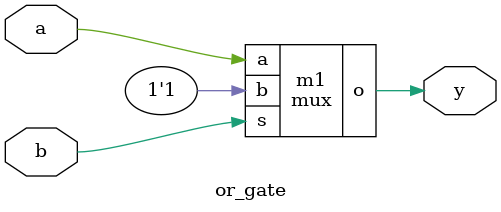
<source format=v>
module mux (
  input a,
  input b,
  input s,
  output o
);

 assign o = (~s & a) | (s & b);

endmodule

module or_gate (
  input a,
  input b,
  output y
  );
 
  mux m1( .a(a), .b(1'b1), .s(b), .o(y));
  
endmodule 
</source>
